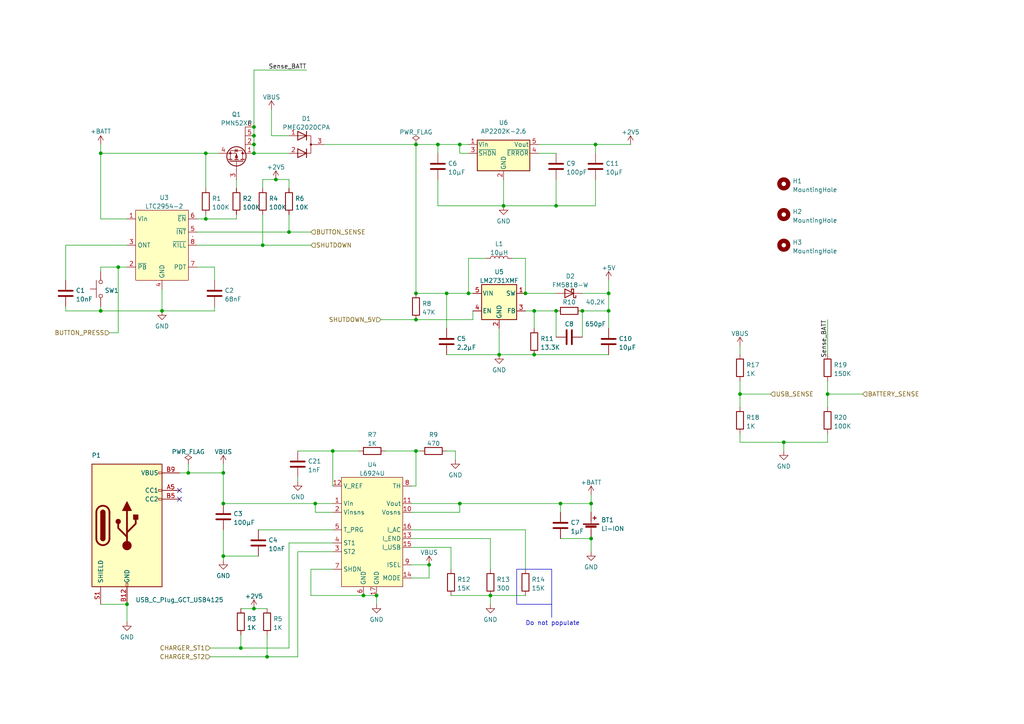
<source format=kicad_sch>
(kicad_sch (version 20230121) (generator eeschema)
  (paper "A4")
  (title_block (title "Power & Charge") (date "2023-04-14") (rev "2.1") (company "INSA - GEI"))
  (lib_symbols
    (symbol "Device:Battery_Cell" (pin_numbers hide) (pin_names (offset 0) hide)
      (property "Reference" "BT" (at 2.54 2.54 0))
      (property "Value" "Battery_Cell" (at 2.54 0 0))
      (symbol "Battery_Cell_0_1"
        (rectangle (start -2.286 1.778) (end 2.286 1.524) (fill (type outline)))
        (rectangle (start -1.5748 1.1938) (end 1.4732 0.6858) (fill (type outline)))
        (polyline (pts (xy 0 0.762) (xy 0 0)))
        (polyline (pts (xy 0 1.778) (xy 0 2.54)))
        (polyline (pts (xy 0.508 3.429) (xy 1.524 3.429)) (stroke (width 0.254)))
        (polyline (pts (xy 1.016 3.937) (xy 1.016 2.921)) (stroke (width 0.254)))
      )
      (symbol "Battery_Cell_1_1"
        (pin passive line (at 0 5.08 270) (length 2.54) (name "+") (number "1"))
        (pin passive line (at 0 -2.54 90) (length 2.54) (name "-") (number "2"))
      )
    )
    (symbol "Device:C" (pin_numbers hide) (pin_names (offset 0.254))
      (property "Reference" "C" (at 0.635 2.54 0))
      (property "Value" "C" (at 0.635 -2.54 0))
      (symbol "C_0_1"
        (polyline (pts (xy -2.032 -0.762) (xy 2.032 -0.762)) (stroke (width 0.508)))
        (polyline (pts (xy -2.032 0.762) (xy 2.032 0.762)) (stroke (width 0.508)))
      )
      (symbol "C_1_1"
        (pin passive line (at 0 3.81 270) (length 2.794) (name "~") (number "1"))
        (pin passive line (at 0 -3.81 90) (length 2.794) (name "~") (number "2"))
      )
    )
    (symbol "Device:D_Dual_CommonCathode_AAK_Parallel" (pin_names (offset 0.762) hide)
      (property "Reference" "D" (at 0 5.08 0))
      (property "Value" "D_Dual_CommonCathode_AAK_Parallel" (at 0 -5.08 0))
      (symbol "D_Dual_CommonCathode_AAK_Parallel_0_0"
        (polyline (pts (xy 0 -1.27) (xy 0 -3.81)) (stroke (width 0.254)))
        (polyline (pts (xy 0 1.27) (xy 0 3.81)) (stroke (width 0.254)))
      )
      (symbol "D_Dual_CommonCathode_AAK_Parallel_0_1"
        (polyline (pts (xy 1.27 0) (xy 2.54 0)))
        (polyline (pts (xy -2.54 -2.54) (xy 1.27 -2.54) (xy 1.27 2.54) (xy -2.54 2.54)))
        (polyline (pts (xy -2.54 -1.27) (xy 0 -2.54) (xy -2.54 -3.81) (xy -2.54 -1.27) (xy -2.54 -1.27) (xy -2.54 -1.27)) (stroke (width 0.254)))
        (polyline (pts (xy -2.54 3.81) (xy 0 2.54) (xy -2.54 1.27) (xy -2.54 3.81) (xy -2.54 3.81) (xy -2.54 3.81)) (stroke (width 0.254)))
        (circle (center 1.27 0) (radius 0.254) (fill (type outline)))
        (pin passive line (at -5.08 2.54 0) (length 2.54) (name "K") (number "1"))
        (pin passive line (at -5.08 -2.54 0) (length 2.54) (name "K") (number "2"))
        (pin passive line (at 5.08 0 180) (length 2.54) (name "A") (number "3"))
      )
    )
    (symbol "Device:D_Schottky" (pin_numbers hide) (pin_names (offset 1.016) hide)
      (property "Reference" "D" (at 0 2.54 0))
      (property "Value" "D_Schottky" (at 0 -2.54 0))
      (symbol "D_Schottky_0_1"
        (polyline (pts (xy 1.27 0) (xy -1.27 0)))
        (polyline (pts (xy 1.27 1.27) (xy 1.27 -1.27) (xy -1.27 0) (xy 1.27 1.27)) (stroke (width 0.254)))
        (polyline (pts (xy -1.905 0.635) (xy -1.905 1.27) (xy -1.27 1.27) (xy -1.27 -1.27) (xy -0.635 -1.27) (xy -0.635 -0.635)) (stroke (width 0.254)))
      )
      (symbol "D_Schottky_1_1"
        (pin passive line (at -3.81 0 0) (length 2.54) (name "K") (number "1"))
        (pin passive line (at 3.81 0 180) (length 2.54) (name "A") (number "2"))
      )
    )
    (symbol "Device:L" (pin_numbers hide) (pin_names (offset 1.016) hide)
      (property "Reference" "L" (at -1.27 0 90))
      (property "Value" "L" (at 1.905 0 90))
      (symbol "L_0_1"
        (arc (start 0 -2.54) (mid 0.6323 -1.905) (end 0 -1.27))
        (arc (start 0 -1.27) (mid 0.6323 -0.635) (end 0 0))
        (arc (start 0 0) (mid 0.6323 0.635) (end 0 1.27))
        (arc (start 0 1.27) (mid 0.6323 1.905) (end 0 2.54))
      )
      (symbol "L_1_1"
        (pin passive line (at 0 3.81 270) (length 1.27) (name "1") (number "1"))
        (pin passive line (at 0 -3.81 90) (length 1.27) (name "2") (number "2"))
      )
    )
    (symbol "Device:R" (pin_numbers hide) (pin_names (offset 0))
      (property "Reference" "R" (at 2.032 0 90))
      (property "Value" "R" (at 0 0 90))
      (symbol "R_0_1"
        (rectangle (start -1.016 -2.54) (end 1.016 2.54) (stroke (width 0.254)))
      )
      (symbol "R_1_1"
        (pin passive line (at 0 3.81 270) (length 1.27) (name "~") (number "1"))
        (pin passive line (at 0 -3.81 90) (length 1.27) (name "~") (number "2"))
      )
    )
    (symbol "Insa:L6924U"
      (property "Reference" "U" (at 0 34.29 0))
      (property "Value" "L6924U" (at 7.62 -2.54 0))
      (symbol "L6924U_0_1"
        (rectangle (start -8.89 31.75) (end 8.89 0) (stroke (width 0.1524)) (fill (type background)))
      )
      (symbol "L6924U_1_1"
        (pin power_in line (at -11.43 24.13 0) (length 2.54) (name "Vin") (number "1"))
        (pin input line (at 11.43 21.59 180) (length 2.54) (name "Vosns") (number "10"))
        (pin power_out line (at 11.43 24.13 180) (length 2.54) (name "Vout") (number "11"))
        (pin output line (at -11.43 29.21 0) (length 2.54) (name "V_REF") (number "12"))
        (pin bidirectional line (at 11.43 13.97 180) (length 2.54) (name "I_END") (number "13"))
        (pin input line (at 11.43 2.54 180) (length 2.54) (name "MODE") (number "14"))
        (pin input line (at 11.43 11.43 180) (length 2.54) (name "I_USB") (number "15"))
        (pin input line (at 11.43 16.51 180) (length 2.54) (name "I_AC") (number "16"))
        (pin power_in line (at 1.27 -2.54 90) (length 2.54) (name "GND") (number "17"))
        (pin power_in line (at -11.43 21.59 0) (length 2.54) (name "Vinsns") (number "2"))
        (pin open_collector line (at -11.43 10.16 0) (length 2.54) (name "ST2") (number "3"))
        (pin open_collector line (at -11.43 12.7 0) (length 2.54) (name "ST1") (number "4"))
        (pin passive line (at -11.43 16.51 0) (length 2.54) (name "T_PRG") (number "5"))
        (pin power_in line (at -2.54 -2.54 90) (length 2.54) (name "GND") (number "6"))
        (pin input line (at -11.43 5.08 0) (length 2.54) (name "SHDN") (number "7"))
        (pin input line (at 11.43 29.21 180) (length 2.54) (name "TH") (number "8"))
        (pin input line (at 11.43 6.35 180) (length 2.54) (name "ISEL") (number "9"))
      )
    )
    (symbol "Insa:LTC2954-2"
      (property "Reference" "U" (at -6.35 25.4 0))
      (property "Value" "LTC2954-2" (at 5.08 1.27 0))
      (symbol "LTC2954-2_0_1"
        (rectangle (start -8.89 24.13) (end 6.35 3.81) (stroke (width 0.1524)) (fill (type background)))
        (rectangle (start 7.62 16.51) (end 7.62 16.51) (stroke (width 0.1524)))
        (rectangle (start 7.62 16.51) (end 7.62 16.51) (stroke (width 0.1524)))
        (rectangle (start 7.62 16.51) (end 7.62 16.51) (stroke (width 0.1524)))
        (rectangle (start 7.62 16.51) (end 7.62 16.51) (stroke (width 0.1524)))
        (rectangle (start 7.62 16.51) (end 7.62 16.51) (stroke (width 0.1524)))
        (rectangle (start 7.62 16.51) (end 7.62 16.51) (stroke (width 0.1524)))
      )
      (symbol "LTC2954-2_1_1"
        (pin power_in line (at -11.43 21.59 0) (length 2.54) (name "Vin") (number "1"))
        (pin input line (at -11.43 7.62 0) (length 2.54) (name "~{PB}") (number "2"))
        (pin bidirectional line (at -11.43 13.97 0) (length 2.54) (name "ONT") (number "3"))
        (pin power_in line (at -1.27 1.27 90) (length 2.54) (name "GND") (number "4"))
        (pin output line (at 8.89 17.78 180) (length 2.54) (name "~{INT}") (number "5"))
        (pin input line (at 8.89 21.59 180) (length 2.54) (name "~{EN}") (number "6"))
        (pin bidirectional line (at 8.89 7.62 180) (length 2.54) (name "PDT") (number "7"))
        (pin input line (at 8.89 13.97 180) (length 2.54) (name "~{KILL}") (number "8"))
      )
    )
    (symbol "Insa:PMN52XP" (pin_names (offset 0) hide)
      (property "Reference" "Q" (at 5.08 1.27 0))
      (property "Value" "PMN52XP" (at 5.08 -1.27 0))
      (symbol "PMN52XP_0_1"
        (polyline (pts (xy 0.254 0) (xy -2.54 0)))
        (polyline (pts (xy 0.254 1.905) (xy 0.254 -1.905)) (stroke (width 0.254)))
        (polyline (pts (xy 0.762 -1.27) (xy 0.762 -2.286)) (stroke (width 0.254)))
        (polyline (pts (xy 0.762 0.508) (xy 0.762 -0.508)) (stroke (width 0.254)))
        (polyline (pts (xy 0.762 2.286) (xy 0.762 1.27)) (stroke (width 0.254)))
        (polyline (pts (xy 10.16 2.54) (xy 5.08 2.54)) (stroke (width 0.1524)))
        (polyline (pts (xy 2.54 -2.54) (xy 2.54 0) (xy 0.762 0)))
        (polyline (pts (xy 5.08 2.54) (xy 2.54 2.54) (xy 2.54 1.778)))
        (polyline (pts (xy 0.762 1.778) (xy 3.302 1.778) (xy 3.302 -1.778) (xy 0.762 -1.778)))
        (polyline (pts (xy 2.286 0) (xy 1.27 0.381) (xy 1.27 -0.381) (xy 2.286 0)) (fill (type outline)))
        (polyline (pts (xy 2.794 -0.508) (xy 2.921 -0.381) (xy 3.683 -0.381) (xy 3.81 -0.254)))
        (polyline (pts (xy 3.302 -0.381) (xy 2.921 0.254) (xy 3.683 0.254) (xy 3.302 -0.381)))
        (circle (center 1.651 0) (radius 2.794) (stroke (width 0.254)))
        (circle (center 2.54 -1.778) (radius 0.254) (fill (type outline)))
        (circle (center 2.54 1.778) (radius 0.254) (fill (type outline)))
      )
      (symbol "PMN52XP_1_1"
        (pin passive line (at 2.54 5.08 270) (length 2.54) (name "D") (number "1"))
        (pin passive line (at 5.08 5.08 270) (length 2.54) (name "D") (number "2"))
        (pin input line (at -5.08 0 0) (length 2.54) (name "G") (number "3"))
        (pin passive line (at 2.54 -5.08 90) (length 2.54) (name "S") (number "4"))
        (pin passive line (at 7.62 5.08 270) (length 2.54) (name "D") (number "5"))
        (pin passive line (at 10.16 5.08 270) (length 2.54) (name "D") (number "6"))
      )
    )
    (symbol "Insa:USB_C_Plug_GCT_USB4125" (pin_names (offset 1.016))
      (property "Reference" "P" (at -10.16 19.05 0))
      (property "Value" "USB_C_Plug_GCT_USB4125" (at 26.67 -20.32 0))
      (symbol "USB_C_Plug_GCT_USB4125_0_0"
        (rectangle (start -0.254 -17.78) (end 0.254 -16.764))
        (rectangle (start 10.16 7.874) (end 9.144 7.366))
        (rectangle (start 10.16 10.414) (end 9.144 9.906))
        (rectangle (start 10.16 15.494) (end 9.144 14.986))
      )
      (symbol "USB_C_Plug_GCT_USB4125_0_1"
        (rectangle (start -10.16 17.78) (end 10.16 -17.78) (stroke (width 0.254)) (fill (type background)))
        (arc (start -8.89 -3.81) (mid -6.985 -5.7067) (end -5.08 -3.81) (stroke (width 0.508)))
        (arc (start -7.62 -3.81) (mid -6.985 -4.4423) (end -6.35 -3.81) (stroke (width 0.254)))
        (arc (start -7.62 -3.81) (mid -6.985 -4.4423) (end -6.35 -3.81) (stroke (width 0.254)) (fill (type outline)))
        (rectangle (start -7.62 -3.81) (end -6.35 3.81) (stroke (width 0.254)) (fill (type outline)))
        (arc (start -6.35 3.81) (mid -6.985 4.4423) (end -7.62 3.81) (stroke (width 0.254)))
        (arc (start -6.35 3.81) (mid -6.985 4.4423) (end -7.62 3.81) (stroke (width 0.254)) (fill (type outline)))
        (arc (start -5.08 3.81) (mid -6.985 5.7067) (end -8.89 3.81) (stroke (width 0.508)))
        (circle (center -2.54 1.143) (radius 0.635) (stroke (width 0.254)) (fill (type outline)))
        (circle (center 0 -5.842) (radius 1.27) (fill (type outline)))
        (polyline (pts (xy -8.89 -3.81) (xy -8.89 3.81)) (stroke (width 0.508)))
        (polyline (pts (xy -5.08 3.81) (xy -5.08 -3.81)) (stroke (width 0.508)))
        (polyline (pts (xy 0 -5.842) (xy 0 4.318)) (stroke (width 0.508)))
        (polyline (pts (xy 0 -3.302) (xy -2.54 -0.762) (xy -2.54 0.508)) (stroke (width 0.508)))
        (polyline (pts (xy 0 -2.032) (xy 2.54 0.508) (xy 2.54 1.778)) (stroke (width 0.508)))
        (polyline (pts (xy -1.27 4.318) (xy 0 6.858) (xy 1.27 4.318) (xy -1.27 4.318)) (stroke (width 0.254)) (fill (type outline)))
        (rectangle (start 1.905 1.778) (end 3.175 3.048) (stroke (width 0.254)) (fill (type outline)))
      )
      (symbol "USB_C_Plug_GCT_USB4125_1_1"
        (pin passive line (at 0 -22.86 90) (length 5.08) hide (name "GND") (number "A12"))
        (pin bidirectional line (at 15.24 10.16 180) (length 5.08) (name "CC1") (number "A5"))
        (pin passive line (at 15.24 15.24 180) (length 5.08) hide (name "VBUS") (number "A9"))
        (pin passive line (at 0 -22.86 90) (length 5.08) (name "GND") (number "B12"))
        (pin bidirectional line (at 15.24 7.62 180) (length 5.08) (name "CC2") (number "B5"))
        (pin passive line (at 15.24 15.24 180) (length 5.08) (name "VBUS") (number "B9"))
        (pin passive line (at -7.62 -22.86 90) (length 5.08) (name "SHIELD") (number "S1"))
      )
    )
    (symbol "Mechanical:MountingHole" (pin_names (offset 1.016))
      (property "Reference" "H" (at 0 5.08 0))
      (property "Value" "MountingHole" (at 0 3.175 0))
      (symbol "MountingHole_0_1"
        (circle (center 0 0) (radius 1.27) (stroke (width 1.27)))
      )
    )
    (symbol "Regulator_Linear:TC1186" (pin_names (offset 0.254))
      (property "Reference" "U" (at -7.62 5.08 0))
      (property "Value" "TC1186" (at 7.62 5.08 0))
      (symbol "TC1186_0_1"
        (rectangle (start -7.62 3.81) (end 7.62 -5.08) (stroke (width 0.254)) (fill (type background)))
      )
      (symbol "TC1186_1_1"
        (pin power_in line (at -10.16 2.54 0) (length 2.54) (name "Vin") (number "1"))
        (pin power_in line (at 0 -7.62 90) (length 2.54) (name "GND") (number "2"))
        (pin input line (at -10.16 0 0) (length 2.54) (name "~{SHDN}") (number "3"))
        (pin open_collector line (at 10.16 0 180) (length 2.54) (name "~{ERROR}") (number "4"))
        (pin power_out line (at 10.16 2.54 180) (length 2.54) (name "Vout") (number "5"))
      )
    )
    (symbol "Regulator_Switching:LM2731XMF" (pin_names (offset 0.254))
      (property "Reference" "U" (at -5.08 6.35 0))
      (property "Value" "LM2731XMF" (at 0 6.35 0))
      (symbol "LM2731XMF_0_1"
        (rectangle (start -5.08 5.08) (end 5.08 -5.08) (stroke (width 0.254)) (fill (type background)))
      )
      (symbol "LM2731XMF_1_1"
        (pin output line (at 7.62 2.54 180) (length 2.54) (name "SW") (number "1"))
        (pin power_in line (at 0 -7.62 90) (length 2.54) (name "GND") (number "2"))
        (pin input line (at 7.62 -2.54 180) (length 2.54) (name "FB") (number "3"))
        (pin input line (at -7.62 -2.54 0) (length 2.54) (name "EN") (number "4"))
        (pin input line (at -7.62 2.54 0) (length 2.54) (name "VIN") (number "5"))
      )
    )
    (symbol "Switch:SW_Push" (pin_numbers hide) (pin_names (offset 1.016) hide)
      (property "Reference" "SW" (at 1.27 2.54 0))
      (property "Value" "SW_Push" (at 0 -1.524 0))
      (symbol "SW_Push_0_1"
        (circle (center -2.032 0) (radius 0.508))
        (polyline (pts (xy 0 1.27) (xy 0 3.048)))
        (polyline (pts (xy 2.54 1.27) (xy -2.54 1.27)))
        (circle (center 2.032 0) (radius 0.508))
        (pin passive line (at -5.08 0 0) (length 2.54) (name "1") (number "1"))
        (pin passive line (at 5.08 0 180) (length 2.54) (name "2") (number "2"))
      )
    )
    (symbol "power:+2V5" (power) (pin_names (offset 0))
      (property "Value" "+2V5" (at 0 3.556 0))
      (symbol "+2V5_0_1"
        (polyline (pts (xy -0.762 1.27) (xy 0 2.54)))
        (polyline (pts (xy 0 0) (xy 0 2.54)))
        (polyline (pts (xy 0 2.54) (xy 0.762 1.27)))
      )
      (symbol "+2V5_1_1"
        (pin power_in line (at 0 0 90) (length 0) hide (name "+2V5") (number "1"))
      )
    )
    (symbol "power:+5V" (power) (pin_names (offset 0))
      (property "Value" "+5V" (at 0 3.556 0))
      (symbol "+5V_0_1"
        (polyline (pts (xy -0.762 1.27) (xy 0 2.54)))
        (polyline (pts (xy 0 0) (xy 0 2.54)))
        (polyline (pts (xy 0 2.54) (xy 0.762 1.27)))
      )
      (symbol "+5V_1_1"
        (pin power_in line (at 0 0 90) (length 0) hide (name "+5V") (number "1"))
      )
    )
    (symbol "power:+BATT" (power) (pin_names (offset 0))
      (property "Value" "+BATT" (at 0 3.556 0))
      (symbol "+BATT_0_1"
        (polyline (pts (xy -0.762 1.27) (xy 0 2.54)))
        (polyline (pts (xy 0 0) (xy 0 2.54)))
        (polyline (pts (xy 0 2.54) (xy 0.762 1.27)))
      )
      (symbol "+BATT_1_1"
        (pin power_in line (at 0 0 90) (length 0) hide (name "+BATT") (number "1"))
      )
    )
    (symbol "power:GND" (power) (pin_names (offset 0))
      (property "Value" "GND" (at 0 -3.81 0))
      (symbol "GND_0_1"
        (polyline (pts (xy 0 0) (xy 0 -1.27) (xy 1.27 -1.27) (xy 0 -2.54) (xy -1.27 -1.27) (xy 0 -1.27)))
      )
      (symbol "GND_1_1"
        (pin power_in line (at 0 0 270) (length 0) hide (name "GND") (number "1"))
      )
    )
    (symbol "power:PWR_FLAG" (power) (pin_numbers hide) (pin_names (offset 0) hide)
      (property "Value" "PWR_FLAG" (at 0 3.81 0))
      (symbol "PWR_FLAG_0_0"
        (pin power_out line (at 0 0 90) (length 0) (name "pwr") (number "1"))
      )
      (symbol "PWR_FLAG_0_1"
        (polyline (pts (xy 0 0) (xy 0 1.27) (xy -1.016 1.905) (xy 0 2.54) (xy 1.016 1.905) (xy 0 1.27)))
      )
    )
    (symbol "power:VBUS" (power) (pin_names (offset 0))
      (property "Value" "VBUS" (at 0 3.81 0))
      (symbol "VBUS_0_1"
        (polyline (pts (xy -0.762 1.27) (xy 0 2.54)))
        (polyline (pts (xy 0 0) (xy 0 2.54)))
        (polyline (pts (xy 0 2.54) (xy 0.762 1.27)))
      )
      (symbol "VBUS_1_1"
        (pin power_in line (at 0 0 90) (length 0) hide (name "VBUS") (number "1"))
      )
    )
  )
  (junction (at 59.69 44.45))
  (junction (at 168.91 90.17))
  (junction (at 214.63 114.3))
  (junction (at 127 41.91))
  (junction (at 64.77 146.05))
  (junction (at 120.65 85.09))
  (junction (at 91.44 146.05))
  (junction (at 73.66 39.37))
  (junction (at 96.52 130.81))
  (junction (at 240.03 114.3))
  (junction (at 129.54 85.09))
  (junction (at 109.22 172.72))
  (junction (at 73.66 176.53))
  (junction (at 146.05 59.69))
  (junction (at 120.65 41.91))
  (junction (at 172.72 41.91))
  (junction (at 64.77 137.16))
  (junction (at 36.83 175.26))
  (junction (at 171.45 146.05))
  (junction (at 161.29 59.69))
  (junction (at 69.85 187.96))
  (junction (at 162.56 146.05))
  (junction (at 154.94 102.87))
  (junction (at 73.66 44.45))
  (junction (at 76.2 71.12))
  (junction (at 161.29 90.17))
  (junction (at 59.69 63.5))
  (junction (at 152.4 85.09))
  (junction (at 171.45 156.21))
  (junction (at 154.94 90.17))
  (junction (at 73.66 41.91))
  (junction (at 227.33 128.27))
  (junction (at 54.61 137.16))
  (junction (at 133.35 146.05))
  (junction (at 142.24 172.72))
  (junction (at 124.46 163.83))
  (junction (at 120.65 92.71))
  (junction (at 80.01 52.07))
  (junction (at 135.89 85.09))
  (junction (at 83.82 67.31))
  (junction (at 29.21 90.17))
  (junction (at 120.65 130.81))
  (junction (at 73.66 36.83))
  (junction (at 29.21 44.45))
  (junction (at 105.41 172.72))
  (junction (at 77.47 190.5))
  (junction (at 34.29 77.47))
  (junction (at 133.35 41.91))
  (junction (at 176.53 90.17))
  (junction (at 176.53 85.09))
  (junction (at 46.99 90.17))
  (junction (at 64.77 161.29))
  (junction (at 144.78 102.87))
  (no_connect (at 52.07 144.78))
  (no_connect (at 52.07 142.24))
  (wire (pts (xy 172.72 41.91) (xy 172.72 44.45)))
  (wire (pts (xy 59.69 44.45) (xy 59.69 54.61)))
  (wire (pts (xy 69.85 176.53) (xy 73.66 176.53)))
  (wire (pts (xy 154.94 102.87) (xy 176.53 102.87)))
  (wire (pts (xy 119.38 140.97) (xy 120.65 140.97)))
  (wire (pts (xy 161.29 59.69) (xy 172.72 59.69)))
  (wire (pts (xy 214.63 114.3) (xy 223.52 114.3)))
  (polyline (pts (xy 149.86 165.1) (xy 160.02 165.1)))
  (polyline (pts (xy 160.02 175.26) (xy 149.86 175.26)))
  (wire (pts (xy 129.54 85.09) (xy 129.54 95.25)))
  (wire (pts (xy 86.36 130.81) (xy 96.52 130.81)))
  (wire (pts (xy 29.21 175.26) (xy 36.83 175.26)))
  (wire (pts (xy 240.03 92.71) (xy 240.03 102.87)))
  (wire (pts (xy 156.21 41.91) (xy 172.72 41.91)))
  (wire (pts (xy 240.03 114.3) (xy 240.03 118.11)))
  (wire (pts (xy 73.66 39.37) (xy 73.66 41.91)))
  (wire (pts (xy 135.89 74.93) (xy 135.89 85.09)))
  (wire (pts (xy 46.99 90.17) (xy 46.99 83.82)))
  (wire (pts (xy 36.83 63.5) (xy 29.21 63.5)))
  (wire (pts (xy 93.98 41.91) (xy 120.65 41.91)))
  (wire (pts (xy 86.36 160.02) (xy 86.36 190.5)))
  (polyline (pts (xy 149.86 165.1) (xy 149.86 175.26)))
  (wire (pts (xy 29.21 63.5) (xy 29.21 44.45)))
  (wire (pts (xy 59.69 62.23) (xy 59.69 63.5)))
  (wire (pts (xy 129.54 130.81) (xy 132.08 130.81)))
  (wire (pts (xy 168.91 90.17) (xy 168.91 97.79)))
  (wire (pts (xy 69.85 187.96) (xy 83.82 187.96)))
  (wire (pts (xy 59.69 44.45) (xy 63.5 44.45)))
  (wire (pts (xy 120.65 41.91) (xy 127 41.91)))
  (polyline (pts (xy 160.02 175.26) (xy 160.02 179.07)))
  (wire (pts (xy 77.47 190.5) (xy 86.36 190.5)))
  (wire (pts (xy 64.77 161.29) (xy 64.77 162.56)))
  (wire (pts (xy 29.21 90.17) (xy 29.21 88.9)))
  (wire (pts (xy 96.52 130.81) (xy 104.14 130.81)))
  (wire (pts (xy 52.07 137.16) (xy 54.61 137.16)))
  (wire (pts (xy 96.52 157.48) (xy 83.82 157.48)))
  (wire (pts (xy 73.66 36.83) (xy 73.66 39.37)))
  (wire (pts (xy 74.93 153.67) (xy 96.52 153.67)))
  (wire (pts (xy 90.17 165.1) (xy 90.17 172.72)))
  (wire (pts (xy 124.46 167.64) (xy 124.46 163.83)))
  (wire (pts (xy 154.94 90.17) (xy 161.29 90.17)))
  (wire (pts (xy 146.05 59.69) (xy 161.29 59.69)))
  (wire (pts (xy 240.03 114.3) (xy 250.19 114.3)))
  (wire (pts (xy 130.81 172.72) (xy 142.24 172.72)))
  (wire (pts (xy 176.53 81.28) (xy 176.53 85.09)))
  (wire (pts (xy 152.4 85.09) (xy 161.29 85.09)))
  (wire (pts (xy 76.2 71.12) (xy 90.17 71.12)))
  (wire (pts (xy 96.52 140.97) (xy 96.52 130.81)))
  (wire (pts (xy 109.22 172.72) (xy 109.22 175.26)))
  (wire (pts (xy 133.35 148.59) (xy 133.35 146.05)))
  (wire (pts (xy 120.65 140.97) (xy 120.65 130.81)))
  (wire (pts (xy 120.65 41.91) (xy 120.65 85.09)))
  (wire (pts (xy 176.53 85.09) (xy 176.53 90.17)))
  (wire (pts (xy 152.4 85.09) (xy 152.4 74.93)))
  (wire (pts (xy 60.96 187.96) (xy 69.85 187.96)))
  (wire (pts (xy 152.4 74.93) (xy 148.59 74.93)))
  (wire (pts (xy 73.66 20.32) (xy 88.9 20.32)))
  (wire (pts (xy 64.77 146.05) (xy 91.44 146.05)))
  (wire (pts (xy 29.21 90.17) (xy 46.99 90.17)))
  (wire (pts (xy 129.54 102.87) (xy 144.78 102.87)))
  (wire (pts (xy 120.65 130.81) (xy 121.92 130.81)))
  (wire (pts (xy 119.38 153.67) (xy 152.4 153.67)))
  (wire (pts (xy 137.16 90.17) (xy 137.16 92.71)))
  (wire (pts (xy 29.21 44.45) (xy 29.21 41.91)))
  (wire (pts (xy 73.66 36.83) (xy 73.66 20.32)))
  (wire (pts (xy 152.4 90.17) (xy 154.94 90.17)))
  (wire (pts (xy 133.35 44.45) (xy 133.35 41.91)))
  (wire (pts (xy 176.53 90.17) (xy 176.53 95.25)))
  (wire (pts (xy 80.01 52.07) (xy 76.2 52.07)))
  (wire (pts (xy 46.99 90.17) (xy 62.23 90.17)))
  (wire (pts (xy 76.2 62.23) (xy 76.2 71.12)))
  (wire (pts (xy 29.21 90.17) (xy 19.05 90.17)))
  (wire (pts (xy 36.83 175.26) (xy 36.83 180.34)))
  (wire (pts (xy 119.38 148.59) (xy 133.35 148.59)))
  (wire (pts (xy 73.66 44.45) (xy 83.82 44.45)))
  (wire (pts (xy 19.05 71.12) (xy 36.83 71.12)))
  (wire (pts (xy 83.82 157.48) (xy 83.82 187.96)))
  (wire (pts (xy 172.72 41.91) (xy 182.88 41.91)))
  (wire (pts (xy 60.96 190.5) (xy 77.47 190.5)))
  (wire (pts (xy 76.2 52.07) (xy 76.2 54.61)))
  (wire (pts (xy 119.38 146.05) (xy 133.35 146.05)))
  (wire (pts (xy 77.47 184.15) (xy 77.47 190.5)))
  (wire (pts (xy 140.97 74.93) (xy 135.89 74.93)))
  (wire (pts (xy 227.33 128.27) (xy 240.03 128.27)))
  (wire (pts (xy 119.38 156.21) (xy 142.24 156.21)))
  (wire (pts (xy 64.77 137.16) (xy 64.77 146.05)))
  (wire (pts (xy 214.63 114.3) (xy 214.63 118.11)))
  (wire (pts (xy 64.77 161.29) (xy 74.93 161.29)))
  (wire (pts (xy 240.03 128.27) (xy 240.03 125.73)))
  (wire (pts (xy 96.52 160.02) (xy 86.36 160.02)))
  (wire (pts (xy 69.85 184.15) (xy 69.85 187.96)))
  (wire (pts (xy 19.05 90.17) (xy 19.05 88.9)))
  (wire (pts (xy 142.24 172.72) (xy 142.24 175.26)))
  (wire (pts (xy 127 41.91) (xy 133.35 41.91)))
  (wire (pts (xy 144.78 102.87) (xy 154.94 102.87)))
  (wire (pts (xy 68.58 63.5) (xy 68.58 62.23)))
  (wire (pts (xy 154.94 90.17) (xy 154.94 95.25)))
  (wire (pts (xy 83.82 52.07) (xy 80.01 52.07)))
  (wire (pts (xy 127 52.07) (xy 127 59.69)))
  (wire (pts (xy 57.15 63.5) (xy 59.69 63.5)))
  (wire (pts (xy 168.91 90.17) (xy 176.53 90.17)))
  (wire (pts (xy 146.05 52.07) (xy 146.05 59.69)))
  (wire (pts (xy 96.52 165.1) (xy 90.17 165.1)))
  (wire (pts (xy 162.56 146.05) (xy 162.56 148.59)))
  (wire (pts (xy 91.44 148.59) (xy 91.44 146.05)))
  (wire (pts (xy 64.77 134.62) (xy 64.77 137.16)))
  (wire (pts (xy 36.83 77.47) (xy 34.29 77.47)))
  (wire (pts (xy 86.36 138.43) (xy 86.36 139.7)))
  (wire (pts (xy 142.24 172.72) (xy 152.4 172.72)))
  (wire (pts (xy 135.89 85.09) (xy 129.54 85.09)))
  (wire (pts (xy 96.52 148.59) (xy 91.44 148.59)))
  (wire (pts (xy 144.78 95.25) (xy 144.78 102.87)))
  (wire (pts (xy 214.63 110.49) (xy 214.63 114.3)))
  (wire (pts (xy 57.15 77.47) (xy 62.23 77.47)))
  (wire (pts (xy 111.76 130.81) (xy 120.65 130.81)))
  (wire (pts (xy 29.21 44.45) (xy 59.69 44.45)))
  (wire (pts (xy 83.82 39.37) (xy 78.74 39.37)))
  (wire (pts (xy 90.17 172.72) (xy 105.41 172.72)))
  (wire (pts (xy 57.15 67.31) (xy 83.82 67.31)))
  (wire (pts (xy 130.81 165.1) (xy 130.81 158.75)))
  (wire (pts (xy 132.08 130.81) (xy 132.08 133.35)))
  (wire (pts (xy 34.29 77.47) (xy 34.29 96.52)))
  (wire (pts (xy 83.82 54.61) (xy 83.82 52.07)))
  (wire (pts (xy 171.45 146.05) (xy 171.45 148.59)))
  (wire (pts (xy 54.61 137.16) (xy 64.77 137.16)))
  (wire (pts (xy 171.45 160.02) (xy 171.45 156.21)))
  (wire (pts (xy 162.56 146.05) (xy 171.45 146.05)))
  (wire (pts (xy 119.38 167.64) (xy 124.46 167.64)))
  (wire (pts (xy 62.23 77.47) (xy 62.23 81.28)))
  (wire (pts (xy 73.66 41.91) (xy 73.66 44.45)))
  (wire (pts (xy 78.74 31.75) (xy 78.74 39.37)))
  (wire (pts (xy 19.05 81.28) (xy 19.05 71.12)))
  (wire (pts (xy 240.03 110.49) (xy 240.03 114.3)))
  (wire (pts (xy 171.45 143.51) (xy 171.45 146.05)))
  (wire (pts (xy 227.33 128.27) (xy 227.33 130.81)))
  (wire (pts (xy 64.77 153.67) (xy 64.77 161.29)))
  (wire (pts (xy 168.91 85.09) (xy 176.53 85.09)))
  (wire (pts (xy 59.69 63.5) (xy 68.58 63.5)))
  (wire (pts (xy 62.23 90.17) (xy 62.23 88.9)))
  (polyline (pts (xy 160.02 165.1) (xy 160.02 175.26)))
  (wire (pts (xy 105.41 172.72) (xy 109.22 172.72)))
  (wire (pts (xy 83.82 67.31) (xy 90.17 67.31)))
  (wire (pts (xy 214.63 128.27) (xy 227.33 128.27)))
  (wire (pts (xy 73.66 176.53) (xy 77.47 176.53)))
  (wire (pts (xy 110.49 92.71) (xy 120.65 92.71)))
  (wire (pts (xy 161.29 52.07) (xy 161.29 59.69)))
  (wire (pts (xy 91.44 146.05) (xy 96.52 146.05)))
  (wire (pts (xy 214.63 100.33) (xy 214.63 102.87)))
  (wire (pts (xy 34.29 77.47) (xy 29.21 77.47)))
  (wire (pts (xy 162.56 156.21) (xy 171.45 156.21)))
  (wire (pts (xy 133.35 146.05) (xy 162.56 146.05)))
  (wire (pts (xy 127 59.69) (xy 146.05 59.69)))
  (wire (pts (xy 142.24 156.21) (xy 142.24 165.1)))
  (wire (pts (xy 214.63 125.73) (xy 214.63 128.27)))
  (wire (pts (xy 161.29 90.17) (xy 161.29 97.79)))
  (wire (pts (xy 127 41.91) (xy 127 44.45)))
  (wire (pts (xy 137.16 85.09) (xy 135.89 85.09)))
  (wire (pts (xy 119.38 158.75) (xy 130.81 158.75)))
  (wire (pts (xy 135.89 44.45) (xy 133.35 44.45)))
  (wire (pts (xy 119.38 163.83) (xy 124.46 163.83)))
  (wire (pts (xy 172.72 59.69) (xy 172.72 52.07)))
  (wire (pts (xy 120.65 92.71) (xy 137.16 92.71)))
  (wire (pts (xy 156.21 44.45) (xy 161.29 44.45)))
  (wire (pts (xy 68.58 52.07) (xy 68.58 54.61)))
  (wire (pts (xy 83.82 62.23) (xy 83.82 67.31)))
  (wire (pts (xy 29.21 77.47) (xy 29.21 78.74)))
  (wire (pts (xy 54.61 134.62) (xy 54.61 137.16)))
  (wire (pts (xy 129.54 85.09) (xy 120.65 85.09)))
  (wire (pts (xy 133.35 41.91) (xy 135.89 41.91)))
  (wire (pts (xy 31.75 96.52) (xy 34.29 96.52)))
  (wire (pts (xy 57.15 71.12) (xy 76.2 71.12)))
  (wire (pts (xy 152.4 153.67) (xy 152.4 165.1)))
  (text "Do not populate\n" (at 152.4 181.61 0) (effects (font (size 1.27 1.27)) (justify left bottom)))
  (label "Sense_BATT" (at 88.9 20.32 180))
  (label "Sense_BATT" (at 240.03 92.71 270))
  (hierarchical_label "BUTTON_PRESS" (shape input) (at 31.75 96.52 180))
  (hierarchical_label "SHUTDOWN_5V" (shape input) (at 110.49 92.71 180))
  (hierarchical_label "USB_SENSE" (shape input) (at 223.52 114.3 0))
  (hierarchical_label "BATTERY_SENSE" (shape input) (at 250.19 114.3 0))
  (hierarchical_label "CHARGER_ST2" (shape input) (at 60.96 190.5 180))
  (hierarchical_label "CHARGER_ST1" (shape input) (at 60.96 187.96 180))
  (hierarchical_label "BUTTON_SENSE" (shape input) (at 90.17 67.31 0))
  (hierarchical_label "SHUTDOWN" (shape input) (at 90.17 71.12 0))
  (symbol (lib_id "Device:Battery_Cell") (at 171.45 153.67 0) (unit 1)
    (property "Reference" "BT1" (at 174.371 150.8033 0) (effects (justify left)))
    (property "Value" "Li-ION" (at 174.371 153.3402 0) (effects (justify left)))
    (property "Footprint" "INSA:Battery-14500" (effects hide))
  )
  (symbol (lib_id "Regulator_Switching:LM2731XMF") (at 144.78 87.63 0) (unit 1)
    (property "Reference" "U5" (at 144.78 78.8502 0))
    (property "Value" "LM2731XMF" (at 144.78 81.3871 0))
    (property "Footprint" "Package_TO_SOT_SMD:SOT-23-5" (effects hide))
    (property "Datasheet" "http://www.ti.com/lit/ds/symlink/lm2731.pdf" (effects hide))
  )
  (symbol (lib_id "power:GND") (at 132.08 133.35 0) (unit 1)
    (property "Reference" "#PWR015" (effects hide))
    (property "Value" "GND" (at 132.08 137.7934 0))
  )
  (symbol (lib_id "Device:R") (at 125.73 130.81 90) (unit 1)
    (property "Reference" "R9" (at 125.73 126.0942 90))
    (property "Value" "470" (at 125.73 128.6311 90))
    (property "Footprint" "Resistor_SMD:R_0805_2012Metric" (effects hide))
  )
  (symbol (lib_id "power:+BATT") (at 171.45 143.51 0) (unit 1)
    (property "Reference" "#PWR018" (effects hide))
    (property "Value" "+BATT" (at 171.45 139.9342 0))
  )
  (symbol (lib_id "Device:C") (at 64.77 149.86 0) (unit 1)
    (property "Reference" "C3" (at 67.691 149.0253 0) (effects (justify left)))
    (property "Value" "100µF" (at 67.691 151.5622 0) (effects (justify left)))
    (property "Footprint" "Capacitor_SMD:C_1210_3225Metric" (effects hide))
  )
  (symbol (lib_id "Device:C") (at 161.29 48.26 0) (unit 1)
    (property "Reference" "C9" (at 164.211 47.4253 0) (effects (justify left)))
    (property "Value" "100pF" (at 164.211 49.9622 0) (effects (justify left)))
    (property "Footprint" "Capacitor_SMD:C_0805_2012Metric" (effects hide))
  )
  (symbol (lib_id "power:GND") (at 86.36 139.7 0) (unit 1)
    (property "Reference" "#PWR01" (effects hide))
    (property "Value" "GND" (at 86.36 144.1434 0))
  )
  (symbol (lib_id "Insa:LTC2954-2") (at 48.26 85.09 0) (unit 1)
    (property "Reference" "U3" (at 47.625 57.311 0))
    (property "Value" "LTC2954-2" (at 47.625 59.8479 0))
    (property "Footprint" "Package_TO_SOT_SMD:SOT-23-8" (effects hide))
  )
  (symbol (lib_id "Device:C") (at 129.54 99.06 0) (unit 1)
    (property "Reference" "C5" (at 132.461 98.2253 0) (effects (justify left)))
    (property "Value" "2.2µF" (at 132.461 100.7622 0) (effects (justify left)))
    (property "Footprint" "Capacitor_SMD:C_0805_2012Metric" (effects hide))
  )
  (symbol (lib_id "Mechanical:MountingHole") (at 227.33 62.23 0) (unit 1)
    (property "Reference" "H2" (at 229.87 61.3953 0) (effects (justify left)))
    (property "Value" "MountingHole" (at 229.87 63.9322 0) (effects (justify left)))
    (property "Footprint" "MountingHole:MountingHole_3.2mm_M3_ISO14580" (effects hide))
  )
  (symbol (lib_id "power:GND") (at 46.99 90.17 0) (unit 1)
    (property "Reference" "#PWR07" (effects hide))
    (property "Value" "GND" (at 46.99 94.6134 0))
  )
  (symbol (lib_id "power:GND") (at 109.22 175.26 0) (unit 1)
    (property "Reference" "#PWR013" (effects hide))
    (property "Value" "GND" (at 109.22 179.7034 0))
  )
  (symbol (lib_id "Device:R") (at 142.24 168.91 0) (unit 1)
    (property "Reference" "R13" (at 144.018 168.0753 0) (effects (justify left)))
    (property "Value" "300" (at 144.018 170.6122 0) (effects (justify left)))
    (property "Footprint" "Resistor_SMD:R_0805_2012Metric" (effects hide))
  )
  (symbol (lib_id "power:VBUS") (at 214.63 100.33 0) (unit 1)
    (property "Reference" "#PWR025" (effects hide))
    (property "Value" "VBUS" (at 214.63 96.7542 0))
  )
  (symbol (lib_id "Device:R") (at 69.85 180.34 0) (unit 1)
    (property "Reference" "R3" (at 71.628 179.5053 0) (effects (justify left)))
    (property "Value" "1K" (at 71.628 182.0422 0) (effects (justify left)))
    (property "Footprint" "Resistor_SMD:R_0805_2012Metric" (effects hide))
  )
  (symbol (lib_id "Device:C") (at 162.56 152.4 0) (unit 1)
    (property "Reference" "C7" (at 165.481 151.5653 0) (effects (justify left)))
    (property "Value" "1µF" (at 165.481 154.1022 0) (effects (justify left)))
    (property "Footprint" "Capacitor_SMD:C_0805_2012Metric" (effects hide))
  )
  (symbol (lib_id "Insa:USB_C_Plug_GCT_USB4125") (at 36.83 152.4 0) (unit 1)
    (property "Reference" "P1" (at 27.94 132.08 0))
    (property "Value" "USB_C_Plug_GCT_USB4125" (at 52.07 173.99 0))
    (property "Footprint" "INSA:USB_C_Receptacle_GCT_USB4125" (effects hide))
    (property "Datasheet" "https://www.usb.org/sites/default/files/documents/usb_type-c.zip" (effects hide))
  )
  (symbol (lib_id "Device:R") (at 120.65 88.9 180) (unit 1)
    (property "Reference" "R8" (at 122.428 88.0653 0) (effects (justify right)))
    (property "Value" "47K" (at 122.428 90.6022 0) (effects (justify right)))
    (property "Footprint" "Resistor_SMD:R_0805_2012Metric" (effects hide))
  )
  (symbol (lib_id "power:GND") (at 144.78 102.87 0) (unit 1)
    (property "Reference" "#PWR020" (effects hide))
    (property "Value" "GND" (at 144.78 107.3134 0))
  )
  (symbol (lib_id "Device:C") (at 86.36 134.62 0) (unit 1)
    (property "Reference" "C21" (at 89.281 133.7853 0) (effects (justify left)))
    (property "Value" "1nF" (at 89.281 136.3222 0) (effects (justify left)))
    (property "Footprint" "Capacitor_SMD:C_0805_2012Metric" (effects hide))
  )
  (symbol (lib_id "power:GND") (at 146.05 59.69 0) (unit 1)
    (property "Reference" "#PWR017" (effects hide))
    (property "Value" "GND" (at 146.05 64.1334 0))
  )
  (symbol (lib_id "Device:C") (at 74.93 157.48 0) (unit 1)
    (property "Reference" "C4" (at 77.851 156.6453 0) (effects (justify left)))
    (property "Value" "10nF" (at 77.851 159.1822 0) (effects (justify left)))
    (property "Footprint" "Capacitor_SMD:C_0805_2012Metric" (effects hide))
  )
  (symbol (lib_id "Device:R") (at 214.63 106.68 0) (unit 1)
    (property "Reference" "R17" (at 216.408 105.8453 0) (effects (justify left)))
    (property "Value" "1K" (at 216.408 108.3822 0) (effects (justify left)))
    (property "Footprint" "Resistor_SMD:R_0805_2012Metric" (effects hide))
  )
  (symbol (lib_id "Device:C") (at 172.72 48.26 0) (unit 1)
    (property "Reference" "C11" (at 175.641 47.4253 0) (effects (justify left)))
    (property "Value" "10µF" (at 175.641 49.9622 0) (effects (justify left)))
    (property "Footprint" "Capacitor_SMD:C_0805_2012Metric" (effects hide))
  )
  (symbol (lib_id "Mechanical:MountingHole") (at 227.33 53.34 0) (unit 1)
    (property "Reference" "H1" (at 229.87 52.5053 0) (effects (justify left)))
    (property "Value" "MountingHole" (at 229.87 55.0422 0) (effects (justify left)))
    (property "Footprint" "MountingHole:MountingHole_3.2mm_M3_ISO14580" (effects hide))
  )
  (symbol (lib_id "power:+BATT") (at 29.21 41.91 0) (unit 1)
    (property "Reference" "#PWR05" (effects hide))
    (property "Value" "+BATT" (at 29.21 38.1 0))
  )
  (symbol (lib_id "power:+2V5") (at 73.66 176.53 0) (unit 1)
    (property "Reference" "#PWR010" (effects hide))
    (property "Value" "+2V5" (at 73.66 172.9542 0))
  )
  (symbol (lib_id "power:+5V") (at 176.53 81.28 0) (unit 1)
    (property "Reference" "#PWR022" (effects hide))
    (property "Value" "+5V" (at 176.53 77.7042 0))
  )
  (symbol (lib_id "power:GND") (at 36.83 180.34 0) (unit 1)
    (property "Reference" "#PWR06" (effects hide))
    (property "Value" "GND" (at 36.83 184.7834 0))
  )
  (symbol (lib_id "power:VBUS") (at 124.46 163.83 0) (unit 1)
    (property "Reference" "#PWR014" (effects hide))
    (property "Value" "VBUS" (at 124.46 160.2542 0))
  )
  (symbol (lib_id "power:PWR_FLAG") (at 54.61 134.62 0) (unit 1)
    (property "Reference" "#FLG0101" (effects hide))
    (property "Value" "PWR_FLAG" (at 54.61 131.0442 0))
  )
  (symbol (lib_id "Device:R") (at 76.2 58.42 0) (unit 1)
    (property "Reference" "R4" (at 77.978 57.5853 0) (effects (justify left)))
    (property "Value" "100K" (at 77.978 60.1222 0) (effects (justify left)))
    (property "Footprint" "Resistor_SMD:R_0805_2012Metric" (effects hide))
  )
  (symbol (lib_id "Insa:PMN52XP") (at 68.58 46.99 270) (mirror x) (unit 1)
    (property "Reference" "Q1" (at 68.58 33.181 90))
    (property "Value" "PMN52XP" (at 68.58 35.7179 90))
    (property "Footprint" "Package_SO:TSOP-6_1.65x3.05mm_P0.95mm" (effects hide))
  )
  (symbol (lib_id "Switch:SW_Push") (at 29.21 83.82 90) (unit 1)
    (property "Reference" "SW1" (at 30.353 84.2553 90) (effects (justify right)))
    (property "Value" "SW_Push" (effects hide))
    (property "Footprint" "Button_Switch_SMD:Panasonic_EVQPUJ_EVQPUA" (effects hide))
  )
  (symbol (lib_id "Device:C") (at 176.53 99.06 0) (unit 1)
    (property "Reference" "C10" (at 179.451 98.2253 0) (effects (justify left)))
    (property "Value" "10µF" (at 179.451 100.7622 0) (effects (justify left)))
    (property "Footprint" "Capacitor_SMD:C_1210_3225Metric" (effects hide))
  )
  (symbol (lib_id "Device:R") (at 240.03 121.92 0) (unit 1)
    (property "Reference" "R20" (at 241.808 121.0853 0) (effects (justify left)))
    (property "Value" "100K" (at 241.808 123.6222 0) (effects (justify left)))
    (property "Footprint" "Resistor_SMD:R_0805_2012Metric" (effects hide))
  )
  (symbol (lib_id "Device:C") (at 127 48.26 0) (unit 1)
    (property "Reference" "C6" (at 129.921 47.4253 0) (effects (justify left)))
    (property "Value" "10µF" (at 129.921 49.9622 0) (effects (justify left)))
    (property "Footprint" "Capacitor_SMD:C_0805_2012Metric" (effects hide))
  )
  (symbol (lib_id "Insa:L6924U") (at 107.95 170.18 0) (unit 1)
    (property "Reference" "U4" (at 107.95 134.781 0))
    (property "Value" "L6924U" (at 107.95 137.3179 0))
    (property "Footprint" "INSA:L6924UTR" (effects hide))
  )
  (symbol (lib_id "power:GND") (at 227.33 130.81 0) (unit 1)
    (property "Reference" "#PWR026" (effects hide))
    (property "Value" "GND" (at 227.33 135.2534 0))
  )
  (symbol (lib_id "power:GND") (at 64.77 162.56 0) (unit 1)
    (property "Reference" "#PWR09" (effects hide))
    (property "Value" "GND" (at 64.77 167.0034 0))
  )
  (symbol (lib_id "Device:R") (at 214.63 121.92 0) (unit 1)
    (property "Reference" "R18" (at 216.408 121.0853 0) (effects (justify left)))
    (property "Value" "1K" (at 216.408 123.6222 0) (effects (justify left)))
    (property "Footprint" "Resistor_SMD:R_0805_2012Metric" (effects hide))
  )
  (symbol (lib_id "Device:C") (at 19.05 85.09 0) (unit 1)
    (property "Reference" "C1" (at 21.971 84.2553 0) (effects (justify left)))
    (property "Value" "10nF" (at 21.971 86.7922 0) (effects (justify left)))
    (property "Footprint" "Capacitor_SMD:C_0805_2012Metric" (effects hide))
  )
  (symbol (lib_id "Device:R") (at 77.47 180.34 0) (unit 1)
    (property "Reference" "R5" (at 79.248 179.5053 0) (effects (justify left)))
    (property "Value" "1K" (at 79.248 182.0422 0) (effects (justify left)))
    (property "Footprint" "Resistor_SMD:R_0805_2012Metric" (effects hide))
  )
  (symbol (lib_id "power:+2V5") (at 80.01 52.07 0) (unit 1)
    (property "Reference" "#PWR012" (effects hide))
    (property "Value" "+2V5" (at 80.01 48.4942 0))
  )
  (symbol (lib_id "power:PWR_FLAG") (at 120.65 41.91 0) (unit 1)
    (property "Reference" "#FLG0102" (effects hide))
    (property "Value" "PWR_FLAG" (at 120.65 38.3342 0))
  )
  (symbol (lib_id "power:VBUS") (at 78.74 31.75 0) (unit 1)
    (property "Reference" "#PWR011" (effects hide))
    (property "Value" "VBUS" (at 78.74 28.1742 0))
  )
  (symbol (lib_id "Device:R") (at 59.69 58.42 180) (unit 1)
    (property "Reference" "R1" (at 61.468 57.5853 0) (effects (justify right)))
    (property "Value" "100K" (at 61.468 60.1222 0) (effects (justify right)))
    (property "Footprint" "Resistor_SMD:R_0805_2012Metric" (effects hide))
  )
  (symbol (lib_id "Device:R") (at 107.95 130.81 90) (unit 1)
    (property "Reference" "R7" (at 107.95 126.0942 90))
    (property "Value" "1K" (at 107.95 128.6311 90))
    (property "Footprint" "Resistor_SMD:R_0805_2012Metric" (effects hide))
  )
  (symbol (lib_id "power:GND") (at 142.24 175.26 0) (unit 1)
    (property "Reference" "#PWR016" (effects hide))
    (property "Value" "GND" (at 142.24 179.7034 0))
  )
  (symbol (lib_id "Device:L") (at 144.78 74.93 90) (unit 1)
    (property "Reference" "L1" (at 144.78 70.7222 90))
    (property "Value" "10µH" (at 144.78 73.2591 90))
    (property "Footprint" "Inductor_SMD:L_Bourns_SRP7028A_7.3x6.6mm" (effects hide))
  )
  (symbol (lib_id "power:GND") (at 171.45 160.02 0) (unit 1)
    (property "Reference" "#PWR019" (effects hide))
    (property "Value" "GND" (at 171.45 164.4634 0))
  )
  (symbol (lib_id "Device:D_Dual_CommonCathode_AAK_Parallel") (at 88.9 41.91 0) (unit 1)
    (property "Reference" "D1" (at 88.8365 34.4002 0))
    (property "Value" "PMEG2020CPA" (at 88.8365 36.9371 0))
    (property "Footprint" "INSA:Nexperia_SOT-1061" (effects hide))
  )
  (symbol (lib_id "Device:C") (at 165.1 97.79 90) (unit 1)
    (property "Reference" "C8" (at 165.1 93.98 90))
    (property "Value" "650pF" (at 172.72 93.98 90))
    (property "Footprint" "Capacitor_SMD:C_0805_2012Metric" (effects hide))
  )
  (symbol (lib_id "Device:R") (at 130.81 168.91 0) (unit 1)
    (property "Reference" "R12" (at 132.588 168.0753 0) (effects (justify left)))
    (property "Value" "15K" (at 132.588 170.6122 0) (effects (justify left)))
    (property "Footprint" "Resistor_SMD:R_0805_2012Metric" (effects hide))
  )
  (symbol (lib_id "Device:R") (at 152.4 168.91 0) (unit 1)
    (property "Reference" "R14" (at 154.178 168.0753 0) (effects (justify left)))
    (property "Value" "15K" (at 154.178 170.6122 0) (effects (justify left)))
    (property "Footprint" "Resistor_SMD:R_0805_2012Metric" (effects hide))
  )
  (symbol (lib_id "Device:R") (at 165.1 90.17 270) (unit 1)
    (property "Reference" "R10" (at 165.1 87.63 90))
    (property "Value" "40.2K" (at 172.72 87.63 90))
    (property "Footprint" "Resistor_SMD:R_0805_2012Metric" (effects hide))
  )
  (symbol (lib_id "Device:R") (at 83.82 58.42 0) (unit 1)
    (property "Reference" "R6" (at 85.598 57.5853 0) (effects (justify left)))
    (property "Value" "10K" (at 85.598 60.1222 0) (effects (justify left)))
    (property "Footprint" "Resistor_SMD:R_0805_2012Metric" (effects hide))
  )
  (symbol (lib_id "Device:R") (at 240.03 106.68 0) (unit 1)
    (property "Reference" "R19" (at 241.808 105.8453 0) (effects (justify left)))
    (property "Value" "150K" (at 241.808 108.3822 0) (effects (justify left)))
    (property "Footprint" "Resistor_SMD:R_0805_2012Metric" (effects hide))
  )
  (symbol (lib_id "Device:D_Schottky") (at 165.1 85.09 180) (unit 1)
    (property "Reference" "D2" (at 165.4175 80.1202 0))
    (property "Value" "FM5818-W" (at 165.4175 82.6571 0))
    (property "Footprint" "Diode_SMD:D_SMA" (effects hide))
  )
  (symbol (lib_id "Device:R") (at 68.58 58.42 0) (unit 1)
    (property "Reference" "R2" (at 70.358 57.5853 0) (effects (justify left)))
    (property "Value" "100K" (at 70.358 60.1222 0) (effects (justify left)))
    (property "Footprint" "Resistor_SMD:R_0805_2012Metric" (effects hide))
  )
  (symbol (lib_id "Device:R") (at 154.94 99.06 180) (unit 1)
    (property "Reference" "R11" (at 156.718 98.2253 0) (effects (justify right)))
    (property "Value" "13.3K" (at 156.718 100.7622 0) (effects (justify right)))
    (property "Footprint" "Resistor_SMD:R_0805_2012Metric" (effects hide))
  )
  (symbol (lib_id "power:VBUS") (at 64.77 134.62 0) (unit 1)
    (property "Reference" "#PWR08" (effects hide))
    (property "Value" "VBUS" (at 64.77 131.0442 0))
  )
  (symbol (lib_id "Regulator_Linear:TC1186") (at 146.05 44.45 0) (unit 1)
    (property "Reference" "U6" (at 146.05 35.56 0))
    (property "Value" "AP2202K-2.6" (at 146.05 38.1 0))
    (property "Footprint" "Package_TO_SOT_SMD:SOT-23-5" (effects hide))
    (property "Datasheet" "http://ww1.microchip.com/downloads/en/DeviceDoc/21350E.pdf" (effects hide))
  )
  (symbol (lib_id "Mechanical:MountingHole") (at 227.33 71.12 0) (unit 1)
    (property "Reference" "H3" (at 229.87 70.2853 0) (effects (justify left)))
    (property "Value" "MountingHole" (at 229.87 72.8222 0) (effects (justify left)))
    (property "Footprint" "MountingHole:MountingHole_3.2mm_M3_ISO14580" (effects hide))
  )
  (symbol (lib_id "power:+2V5") (at 182.88 41.91 0) (unit 1)
    (property "Reference" "#PWR02" (effects hide))
    (property "Value" "+2V5" (at 182.88 38.3342 0))
  )
  (symbol (lib_id "Device:C") (at 62.23 85.09 0) (unit 1)
    (property "Reference" "C2" (at 65.151 84.2553 0) (effects (justify left)))
    (property "Value" "68nF" (at 65.151 86.7922 0) (effects (justify left)))
    (property "Footprint" "Capacitor_SMD:C_0805_2012Metric" (effects hide))
  )
)
</source>
